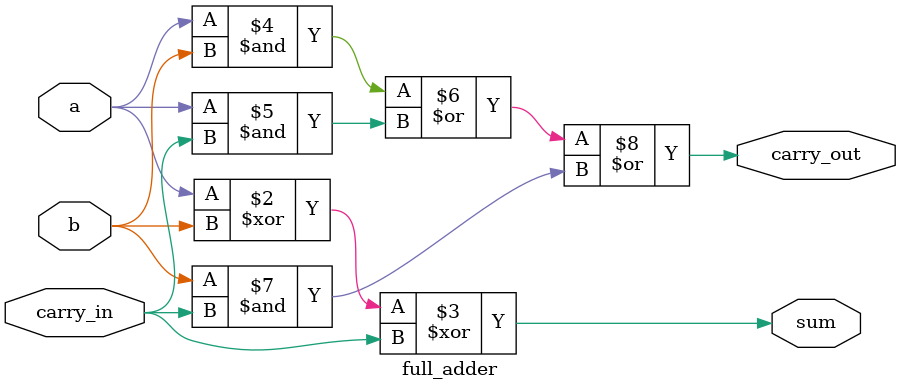
<source format=sv>
module full_adder(a, b, carry_in, sum, carry_out);

input logic a;
input logic carry_in;
input logic b;

output logic sum;

output logic carry_out;
always@(a, b, carry_in) begin
sum = (a^b)^carry_in;
carry_out = (a&b) | (a&carry_in) |(b&carry_in);
end
endmodule

</source>
